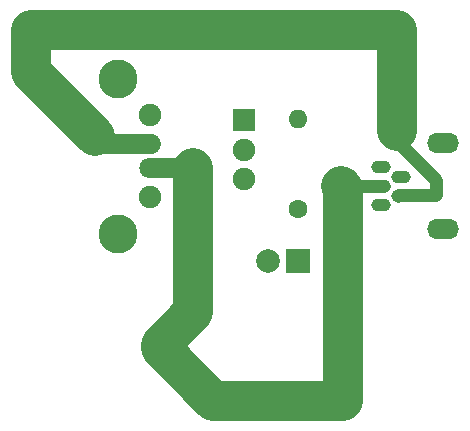
<source format=gtl>
%TF.GenerationSoftware,KiCad,Pcbnew,(5.1.9)-1*%
%TF.CreationDate,2021-04-24T16:03:22-04:00*%
%TF.ProjectId,PowerStripper,506f7765-7253-4747-9269-707065722e6b,v01*%
%TF.SameCoordinates,Original*%
%TF.FileFunction,Copper,L1,Top*%
%TF.FilePolarity,Positive*%
%FSLAX46Y46*%
G04 Gerber Fmt 4.6, Leading zero omitted, Abs format (unit mm)*
G04 Created by KiCad (PCBNEW (5.1.9)-1) date 2021-04-24 16:03:22*
%MOMM*%
%LPD*%
G01*
G04 APERTURE LIST*
%TA.AperFunction,ComponentPad*%
%ADD10C,3.300000*%
%TD*%
%TA.AperFunction,ComponentPad*%
%ADD11C,1.900000*%
%TD*%
%TA.AperFunction,ComponentPad*%
%ADD12C,1.800000*%
%TD*%
%TA.AperFunction,ComponentPad*%
%ADD13O,1.650000X1.100000*%
%TD*%
%TA.AperFunction,ComponentPad*%
%ADD14O,2.700000X1.700000*%
%TD*%
%TA.AperFunction,ComponentPad*%
%ADD15R,2.000000X2.000000*%
%TD*%
%TA.AperFunction,ComponentPad*%
%ADD16C,2.000000*%
%TD*%
%TA.AperFunction,ComponentPad*%
%ADD17O,1.600000X1.600000*%
%TD*%
%TA.AperFunction,ComponentPad*%
%ADD18C,1.600000*%
%TD*%
%TA.AperFunction,ComponentPad*%
%ADD19R,1.900000X1.900000*%
%TD*%
%TA.AperFunction,Conductor*%
%ADD20C,0.250000*%
%TD*%
%TA.AperFunction,Conductor*%
%ADD21C,1.700000*%
%TD*%
%TA.AperFunction,Conductor*%
%ADD22C,1.100000*%
%TD*%
%TA.AperFunction,Conductor*%
%ADD23C,3.400000*%
%TD*%
G04 APERTURE END LIST*
D10*
%TO.P,J2,SH*%
%TO.N,GND*%
X103632000Y-96808000D03*
X103632000Y-109948000D03*
D11*
%TO.P,J2,1*%
%TO.N,Net-(J2-Pad1)*%
X106342000Y-99878000D03*
D12*
%TO.P,J2,2*%
%TO.N,D-*%
X106342000Y-102378000D03*
%TO.P,J2,3*%
%TO.N,D+*%
X106342000Y-104378000D03*
D11*
%TO.P,J2,4*%
%TO.N,GND*%
X106342000Y-106878000D03*
%TD*%
D13*
%TO.P,J1,3*%
%TO.N,D+*%
X125836000Y-105918000D03*
%TO.P,J1,1*%
%TO.N,Net-(J1-Pad1)*%
X125836000Y-107518000D03*
%TO.P,J1,5*%
%TO.N,GND*%
X125836000Y-104318000D03*
%TO.P,J1,2*%
%TO.N,D-*%
X127586000Y-106718000D03*
%TO.P,J1,4*%
%TO.N,Net-(J1-Pad4)*%
X127586000Y-105118000D03*
D14*
%TO.P,J1,SH*%
%TO.N,GND*%
X131161000Y-109568000D03*
X131161000Y-102268000D03*
%TD*%
D15*
%TO.P,D1,1*%
%TO.N,Net-(D1-Pad1)*%
X118846600Y-112242600D03*
D16*
%TO.P,D1,2*%
%TO.N,GND*%
X116306600Y-112242600D03*
%TD*%
D17*
%TO.P,R1,2*%
%TO.N,Net-(J2-Pad1)*%
X118846600Y-100228400D03*
D18*
%TO.P,R1,1*%
%TO.N,Net-(D1-Pad1)*%
X118846600Y-107848400D03*
%TD*%
D19*
%TO.P,S1,1*%
%TO.N,Net-(J2-Pad1)*%
X114300000Y-100330000D03*
D11*
%TO.P,S1,2*%
%TO.N,Net-(J1-Pad1)*%
X114300000Y-102830000D03*
%TO.P,S1,3*%
%TO.N,Net-(S1-Pad3)*%
X114300000Y-105330000D03*
%TD*%
D20*
%TO.N,D+*%
X106426000Y-103858000D02*
X106342000Y-103942000D01*
D21*
X106358000Y-104394000D02*
X109982000Y-104394000D01*
D22*
X126111000Y-105918000D02*
X122504200Y-105918000D01*
D23*
X122682000Y-106095800D02*
X122504200Y-105918000D01*
X122682000Y-124079000D02*
X122682000Y-106095800D01*
X111658400Y-124079000D02*
X122682000Y-124079000D01*
X109982000Y-116611400D02*
X107213400Y-119380000D01*
X109982000Y-104394000D02*
X109982000Y-116611400D01*
X107213400Y-119634000D02*
X111658400Y-124079000D01*
X107213400Y-119380000D02*
X107213400Y-119634000D01*
D21*
%TO.N,D-*%
X101700000Y-102362000D02*
X106426000Y-102362000D01*
D22*
X127254000Y-101219000D02*
X127254000Y-102108000D01*
X127254000Y-102108000D02*
X130556000Y-105410000D01*
X130556000Y-105410000D02*
X130556000Y-106680000D01*
X127349000Y-106680000D02*
X127311000Y-106718000D01*
X130556000Y-106680000D02*
X127349000Y-106680000D01*
D23*
X101675315Y-101675315D02*
X101700000Y-101700000D01*
X96266000Y-96266000D02*
X101675315Y-101675315D01*
X96266000Y-92710000D02*
X96266000Y-96266000D01*
X127254000Y-92710000D02*
X96266000Y-92710000D01*
X127254000Y-101219000D02*
X127254000Y-92710000D01*
D22*
%TO.N,Net-(J2-Pad1)*%
X118745000Y-100330000D02*
X118846600Y-100228400D01*
X113848000Y-99878000D02*
X114300000Y-100330000D01*
%TD*%
M02*

</source>
